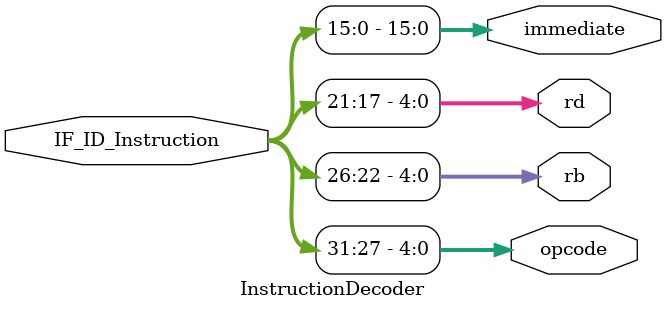
<source format=v>
module InstructionDecoder (
    input wire [31:0] IF_ID_Instruction,  // Instrução completa
    output wire [4:0] opcode,            // OPCODE (bits 31:27)
    output wire [4:0] rb,                // Registrador base (RB) (bits 26:22)
    output wire [4:0] rd,                // Registrador destino (RD) (bits 21:17)
    output wire [15:0] immediate         // Valor imediato (IM) (bits 15:0)
);

    // Extração dos campos da instrução
    assign opcode = IF_ID_Instruction[31:27];
    assign rb = IF_ID_Instruction[26:22];
    assign rd = IF_ID_Instruction[21:17];
    assign immediate = IF_ID_Instruction[15:0];

endmodule

</source>
